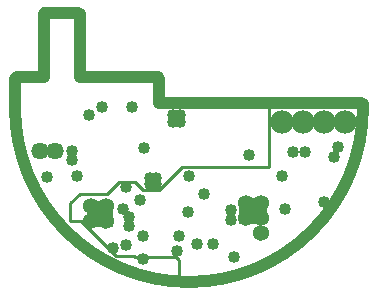
<source format=gbr>
G04 Layer_Physical_Order=2*
G04 Layer_Color=32768*
%FSLAX25Y25*%
%MOIN*%
%TF.FileFunction,Copper,L2,Inr,Plane*%
%TF.Part,Single*%
G01*
G75*
%ADD29C,0.01000*%
%ADD38C,0.04000*%
%ADD39C,0.04000*%
%ADD40R,0.08500X0.09000*%
%ADD41R,0.09500X0.09000*%
%TA.AperFunction,ViaPad*%
%ADD42C,0.05362*%
%TA.AperFunction,ConnectorPad*%
%ADD43C,0.05756*%
%TA.AperFunction,ConnectorPad*%
%ADD44C,0.07724*%
%TA.AperFunction,ViaPad*%
%ADD45C,0.04000*%
D29*
X353500Y248000D02*
X362000D01*
X353029Y248471D02*
X353500Y248000D01*
X347029Y248471D02*
X353029D01*
X335500Y260000D02*
X347029Y248471D01*
X331895Y260000D02*
X335500D01*
X362000Y248000D02*
X367000D01*
X368000Y247000D01*
Y239500D02*
Y247000D01*
X398000Y278000D02*
Y299501D01*
X369000Y278000D02*
X398000D01*
X361500Y270500D02*
X369000Y278000D01*
X356000Y270500D02*
X361500D01*
X353500Y273000D02*
X356000Y270500D01*
X348000Y273000D02*
X353500D01*
X344000Y269000D02*
X348000Y273000D01*
X335000Y269000D02*
X344000D01*
X331895Y265895D02*
X335000Y269000D01*
X331895Y260000D02*
Y265895D01*
D38*
X313498Y298001D02*
G03*
X429461Y297721I57981J-281D01*
G01*
Y299000D02*
G03*
X428960Y299501I-501J0D01*
G01*
X361502Y307500D02*
G03*
X361000Y308001I-501J0D01*
G01*
X335001Y329000D02*
G03*
X334500Y329502I-501J0D01*
G01*
X323500D02*
G03*
X322998Y329000I0J-501D01*
G01*
X314000Y308001D02*
G03*
X313498Y307500I0J-501D01*
G01*
X429461Y297721D02*
Y299000D01*
X361502Y299501D02*
X428960D01*
X361502D02*
Y307500D01*
X335001Y308001D02*
X361000D01*
X335001D02*
Y329000D01*
X323500Y329502D02*
X334500D01*
X322998Y308001D02*
Y329000D01*
X314000Y308001D02*
X322998D01*
X313498Y297999D02*
Y307500D01*
D39*
X361502Y307500D02*
D03*
D40*
X341750Y262500D02*
D03*
D41*
X392750Y263500D02*
D03*
D42*
X343901Y265000D02*
D03*
Y260000D02*
D03*
X338901Y265000D02*
D03*
Y260000D02*
D03*
X395401Y256000D02*
D03*
Y261000D02*
D03*
X390401D02*
D03*
X395401Y266000D02*
D03*
X390401D02*
D03*
D43*
X326894Y283500D02*
D03*
X321894D02*
D03*
D44*
X423394Y293000D02*
D03*
X416394D02*
D03*
X409394D02*
D03*
X402394D02*
D03*
D45*
X403500Y264000D02*
D03*
X419673Y281327D02*
D03*
X416480Y266520D02*
D03*
X402500Y275000D02*
D03*
X421000Y284673D02*
D03*
X385404Y263596D02*
D03*
X379500Y252500D02*
D03*
X371500Y275000D02*
D03*
X356000Y247500D02*
D03*
X350500Y252173D02*
D03*
X368000Y255000D02*
D03*
X346000Y251000D02*
D03*
X356102Y255102D02*
D03*
X351500Y258500D02*
D03*
Y261500D02*
D03*
X355173Y267000D02*
D03*
X349500Y264000D02*
D03*
X350421Y271421D02*
D03*
X358500Y272500D02*
D03*
X367500Y250000D02*
D03*
X385500Y260500D02*
D03*
X374240Y252240D02*
D03*
X386500Y248000D02*
D03*
X371000Y263000D02*
D03*
X376441Y269059D02*
D03*
X334000Y275000D02*
D03*
X332500Y280500D02*
D03*
Y283500D02*
D03*
X406000Y283000D02*
D03*
X410000D02*
D03*
X366000Y295500D02*
D03*
X368500D02*
D03*
X366000Y293000D02*
D03*
X368500D02*
D03*
X324327Y274827D02*
D03*
X391500Y282000D02*
D03*
X338000Y295500D02*
D03*
X342500Y298000D02*
D03*
X356500Y284500D02*
D03*
X352500Y298000D02*
D03*
X358500Y274500D02*
D03*
X360500D02*
D03*
Y272500D02*
D03*
%TF.MD5,B733662D002BDA542EB0861DC3B1EA4E*%
M02*

</source>
